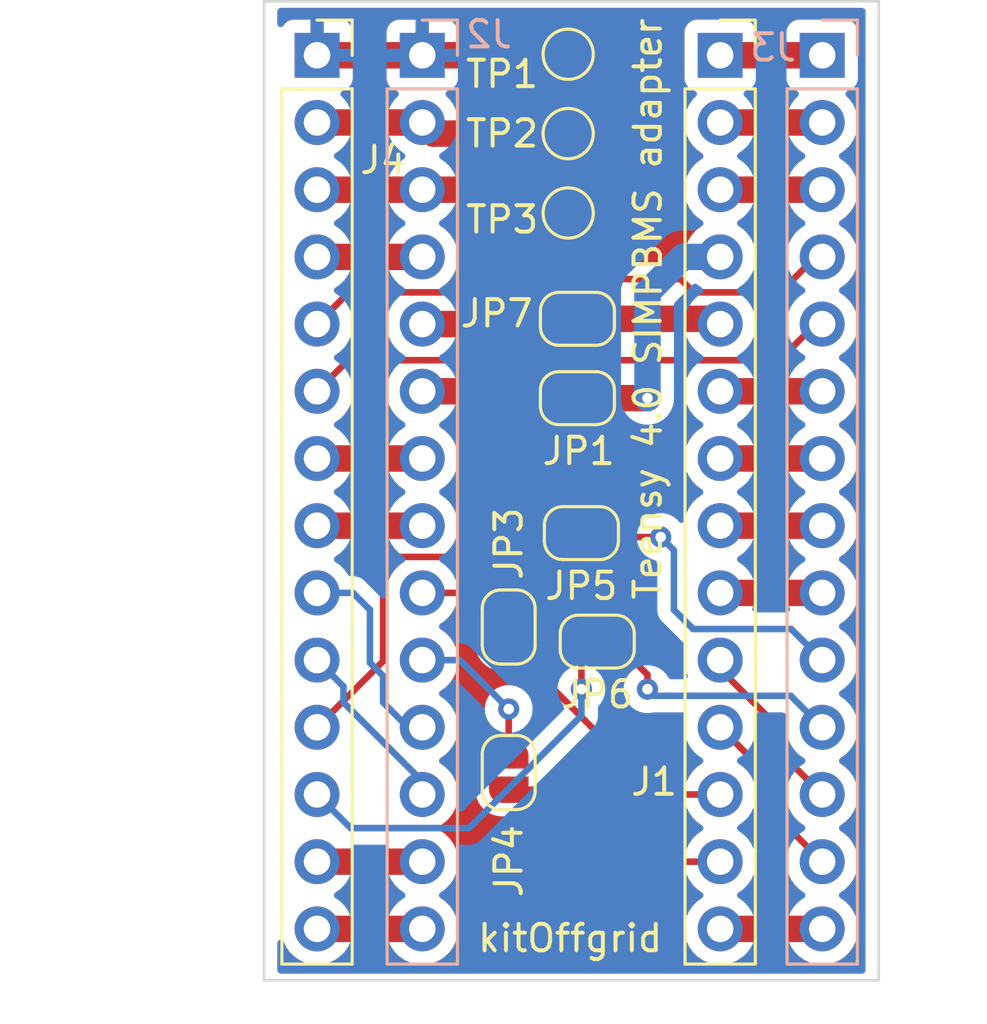
<source format=kicad_pcb>
(kicad_pcb (version 20221018) (generator pcbnew)
  (layers (0 "F.Cu" signal) (31 "B.Cu" signal) (34 "B.Paste" user) (35 "F.Paste" user) (36 "B.SilkS" user "B.Silkscreen") (37 "F.SilkS" user "F.Silkscreen") (38 "B.Mask" user) (39 "F.Mask" user) (44 "Edge.Cuts" user))
  (net 0 "")
  (net 1 "Net-(J1-Pin_1)")
  (net 2 "Net-(J1-Pin_2)")
  (net 3 "Net-(J1-Pin_3)")
  (net 4 "/CANRX1")
  (net 5 "/CANTX1")
  (net 6 "/A7")
  (net 7 "/A6")
  (net 8 "/A5")
  (net 9 "/A4")
  (net 10 "/A3")
  (net 11 "/A2")
  (net 12 "/RX3T4")
  (net 13 "/TX3T4")
  (net 14 "/LED{slash}SCK")
  (net 15 "/GND")
  (net 16 "/CANRX2")
  (net 17 "/CANTX2")
  (net 18 "Net-(J2-Pin_4)")
  (net 19 "Net-(J2-Pin_7)")
  (net 20 "Net-(J2-Pin_8)")
  (net 21 "/IO3")
  (net 22 "/CS")
  (net 23 "Net-(J2-Pin_11)")
  (net 24 "Net-(J2-Pin_12)")
  (net 25 "/MOSI")
  (net 26 "/MISO")
  (net 27 "/IO1")
  (net 28 "/IO2")
  (net 29 "Net-(J2-Pin_5)")
  (net 30 "Net-(J2-Pin_6)")
  (net 31 "/RX3")
  (net 32 "/TX3")
  (net 33 "/P17")
  (net 34 "/P18")
  (footprint "Jumper:SolderJumper-2_P1.3mm_Open_RoundedPad1.0x1.5mm" (layer "F.Cu") (at 142.1 88.2)
    (fp_text reference "JP6" (at 0 2) (layer "F.SilkS"))
    (fp_text value "SolderJumper_2_Open")
    (fp_line (start -1.4 0.3) (end -1.4 -0.3) (stroke (width 0.12)) (layer "F.SilkS"))
    (fp_line (start -0.7 -1) (end 0.7 -1) (stroke (width 0.12)) (layer "F.SilkS"))
    (fp_line (start 0.7 1) (end -0.7 1) (stroke (width 0.12)) (layer "F.SilkS"))
    (fp_line (start 1.4 -0.3) (end 1.4 0.3) (stroke (width 0.12)) (layer "F.SilkS"))
    (fp_arc (start -1.4 -0.3) (mid -1.194975 -0.794975) (end -0.7 -1) (stroke (width 0.12)) (layer "F.SilkS"))
    (fp_arc (start -0.7 1) (mid -1.194975 0.794975) (end -1.4 0.3) (stroke (width 0.12)) (layer "F.SilkS"))
    (fp_arc (start 0.7 -1) (mid 1.194975 -0.794975) (end 1.4 -0.3) (stroke (width 0.12)) (layer "F.SilkS"))
    (fp_arc (start 1.4 0.3) (mid 1.194975 0.794975) (end 0.7 1) (stroke (width 0.12)) (layer "F.SilkS"))
    (pad "1" smd custom (at -0.65 0) (size 1 0.5) (layers "F.Cu" "F.Mask") (net 22 "/CS") (options (clearance outline) (anchor rect)) (primitives (gr_circle (center 0 0.25) (end 0.5 0.25) (width 0) (fill yes)) (gr_circle (center 0 -0.25) (end 0.5 -0.25) (width 0) (fill yes)) (gr_poly (pts (xy 0.5 0.75) (xy 0 0.75) (xy 0 -0.75) (xy 0.5 -0.75)) (width 0) (fill yes))))
    (pad "2" smd custom (at 0.65 0) (size 1 0.5) (layers "F.Cu" "F.Mask") (net 34 "/P18") (options (clearance outline) (anchor rect)) (primitives (gr_circle (center 0 0.25) (end 0.5 0.25) (width 0) (fill yes)) (gr_circle (center 0 -0.25) (end 0.5 -0.25) (width 0) (fill yes)) (gr_poly (pts (xy 0 0.75) (xy -0.5 0.75) (xy -0.5 -0.75) (xy 0 -0.75)) (width 0) (fill yes))))
  )
  (footprint "Jumper:SolderJumper-2_P1.3mm_Open_RoundedPad1.0x1.5mm" (layer "F.Cu") (at 138.75 87.65 90)
    (fp_text reference "JP3" (at 3.15 0 90) (layer "F.SilkS"))
    (fp_text value "SolderJumper_2_Open" hide)
    (fp_line (start -1.4 0.3) (end -1.4 -0.3) (stroke (width 0.12)) (layer "F.SilkS"))
    (fp_line (start -0.7 -1) (end 0.7 -1) (stroke (width 0.12)) (layer "F.SilkS"))
    (fp_line (start 0.7 1) (end -0.7 1) (stroke (width 0.12)) (layer "F.SilkS"))
    (fp_line (start 1.4 -0.3) (end 1.4 0.3) (stroke (width 0.12)) (layer "F.SilkS"))
    (fp_arc (start -1.4 -0.3) (mid -1.194975 -0.794975) (end -0.7 -1) (stroke (width 0.12)) (layer "F.SilkS"))
    (fp_arc (start -0.7 1) (mid -1.194975 0.794975) (end -1.4 0.3) (stroke (width 0.12)) (layer "F.SilkS"))
    (fp_arc (start 0.7 -1) (mid 1.194975 -0.794975) (end 1.4 -0.3) (stroke (width 0.12)) (layer "F.SilkS"))
    (fp_arc (start 1.4 0.3) (mid 1.194975 0.794975) (end 0.7 1) (stroke (width 0.12)) (layer "F.SilkS"))
    (pad "1" smd custom (at -0.65 0 90) (size 1 0.5) (layers "F.Cu" "F.Mask") (net 12 "/RX3T4") (options (clearance outline) (anchor rect)) (primitives (gr_circle (center 0 0.25) (end 0.5 0.25) (width 0) (fill yes)) (gr_circle (center 0 -0.25) (end 0.5 -0.25) (width 0) (fill yes)) (gr_poly (pts (xy 0.5 0.75) (xy 0 0.75) (xy 0 -0.75) (xy 0.5 -0.75)) (width 0) (fill yes))))
    (pad "2" smd custom (at 0.65 0 90) (size 1 0.5) (layers "F.Cu" "F.Mask") (net 31 "/RX3") (options (clearance outline) (anchor rect)) (primitives (gr_circle (center 0 0.25) (end 0.5 0.25) (width 0) (fill yes)) (gr_circle (center 0 -0.25) (end 0.5 -0.25) (width 0) (fill yes)) (gr_poly (pts (xy 0 0.75) (xy -0.5 0.75) (xy -0.5 -0.75) (xy 0 -0.75)) (width 0) (fill yes))))
  )
  (footprint "Jumper:SolderJumper-2_P1.3mm_Open_RoundedPad1.0x1.5mm" (layer "F.Cu") (at 141.5 84.1)
    (fp_text reference "JP5" (at 0 2) (layer "F.SilkS"))
    (fp_text value "SolderJumper_2_Open")
    (fp_line (start -1.4 0.3) (end -1.4 -0.3) (stroke (width 0.12)) (layer "F.SilkS"))
    (fp_line (start -0.7 -1) (end 0.7 -1) (stroke (width 0.12)) (layer "F.SilkS"))
    (fp_line (start 0.7 1) (end -0.7 1) (stroke (width 0.12)) (layer "F.SilkS"))
    (fp_line (start 1.4 -0.3) (end 1.4 0.3) (stroke (width 0.12)) (layer "F.SilkS"))
    (fp_arc (start -1.4 -0.3) (mid -1.194975 -0.794975) (end -0.7 -1) (stroke (width 0.12)) (layer "F.SilkS"))
    (fp_arc (start -0.7 1) (mid -1.194975 0.794975) (end -1.4 0.3) (stroke (width 0.12)) (layer "F.SilkS"))
    (fp_arc (start 0.7 -1) (mid 1.194975 -0.794975) (end 1.4 -0.3) (stroke (width 0.12)) (layer "F.SilkS"))
    (fp_arc (start 1.4 0.3) (mid 1.194975 0.794975) (end 0.7 1) (stroke (width 0.12)) (layer "F.SilkS"))
    (pad "1" smd custom (at -0.65 0) (size 1 0.5) (layers "F.Cu" "F.Mask") (net 21 "/IO3") (options (clearance outline) (anchor rect)) (primitives (gr_circle (center 0 0.25) (end 0.5 0.25) (width 0) (fill yes)) (gr_circle (center 0 -0.25) (end 0.5 -0.25) (width 0) (fill yes)) (gr_poly (pts (xy 0.5 0.75) (xy 0 0.75) (xy 0 -0.75) (xy 0.5 -0.75)) (width 0) (fill yes))))
    (pad "2" smd custom (at 0.65 0) (size 1 0.5) (layers "F.Cu" "F.Mask") (net 33 "/P17") (options (clearance outline) (anchor rect)) (primitives (gr_circle (center 0 0.25) (end 0.5 0.25) (width 0) (fill yes)) (gr_circle (center 0 -0.25) (end 0.5 -0.25) (width 0) (fill yes)) (gr_poly (pts (xy 0 0.75) (xy -0.5 0.75) (xy -0.5 -0.75) (xy 0 -0.75)) (width 0) (fill yes))))
  )
  (footprint "TestPoint:TestPoint_Pad_D1.5mm" (layer "F.Cu") (at 141 69)
    (fp_text reference "TP2" (at -2.5 0) (layer "F.SilkS"))
    (fp_text value "TestPoint" hide)
    (fp_circle (center 0 0) (end 0 0.95) (stroke (width 0.12)) (fill none) (layer "F.SilkS"))
    (pad "1" smd circle (at 0 0) (size 1.5 1.5) (layers "F.Cu" "F.Mask") (net 16 "/CANRX2"))
  )
  (footprint "Jumper:SolderJumper-2_P1.3mm_Open_RoundedPad1.0x1.5mm" (layer "F.Cu") (at 138.75 93.15 90)
    (fp_text reference "JP4" (at -3.35 0 90) (layer "F.SilkS"))
    (fp_text value "SolderJumper_2_Open" hide)
    (fp_line (start -1.4 0.3) (end -1.4 -0.3) (stroke (width 0.12)) (layer "F.SilkS"))
    (fp_line (start -0.7 -1) (end 0.7 -1) (stroke (width 0.12)) (layer "F.SilkS"))
    (fp_line (start 0.7 1) (end -0.7 1) (stroke (width 0.12)) (layer "F.SilkS"))
    (fp_line (start 1.4 -0.3) (end 1.4 0.3) (stroke (width 0.12)) (layer "F.SilkS"))
    (fp_arc (start -1.4 -0.3) (mid -1.194975 -0.794975) (end -0.7 -1) (stroke (width 0.12)) (layer "F.SilkS"))
    (fp_arc (start -0.7 1) (mid -1.194975 0.794975) (end -1.4 0.3) (stroke (width 0.12)) (layer "F.SilkS"))
    (fp_arc (start 0.7 -1) (mid 1.194975 -0.794975) (end 1.4 -0.3) (stroke (width 0.12)) (layer "F.SilkS"))
    (fp_arc (start 1.4 0.3) (mid 1.194975 0.794975) (end 0.7 1) (stroke (width 0.12)) (layer "F.SilkS"))
    (pad "1" smd custom (at -0.65 0 90) (size 1 0.5) (layers "F.Cu" "F.Mask") (net 13 "/TX3T4") (options (clearance outline) (anchor rect)) (primitives (gr_circle (center 0 0.25) (end 0.5 0.25) (width 0) (fill yes)) (gr_circle (center 0 -0.25) (end 0.5 -0.25) (width 0) (fill yes)) (gr_poly (pts (xy 0.5 0.75) (xy 0 0.75) (xy 0 -0.75) (xy 0.5 -0.75)) (width 0) (fill yes))))
    (pad "2" smd custom (at 0.65 0 90) (size 1 0.5) (layers "F.Cu" "F.Mask") (net 32 "/TX3") (options (clearance outline) (anchor rect)) (primitives (gr_circle (center 0 0.25) (end 0.5 0.25) (width 0) (fill yes)) (gr_circle (center 0 -0.25) (end 0.5 -0.25) (width 0) (fill yes)) (gr_poly (pts (xy 0 0.75) (xy -0.5 0.75) (xy -0.5 -0.75) (xy 0 -0.75)) (width 0) (fill yes))))
  )
  (footprint "Jumper:SolderJumper-2_P1.3mm_Bridged_RoundedPad1.0x1.5mm" (layer "F.Cu") (at 141.35 79 180)
    (fp_text reference "JP1" (at -0.05 -2) (layer "F.SilkS"))
    (fp_text value "SolderJumper_2_Bridged")
    (fp_poly (pts (xy 0.25 -0.3) (xy -0.25 -0.3) (xy -0.25 0.3) (xy 0.25 0.3)) (fill solid) (layer "F.Cu"))
    (fp_line (start -1.4 0.3) (end -1.4 -0.3) (stroke (width 0.12)) (layer "F.SilkS"))
    (fp_line (start -0.7 -1) (end 0.7 -1) (stroke (width 0.12)) (layer "F.SilkS"))
    (fp_line (start 0.7 1) (end -0.7 1) (stroke (width 0.12)) (layer "F.SilkS"))
    (fp_line (start 1.4 -0.3) (end 1.4 0.3) (stroke (width 0.12)) (layer "F.SilkS"))
    (fp_arc (start -1.4 -0.3) (mid -1.194975 -0.794975) (end -0.7 -1) (stroke (width 0.12)) (layer "F.SilkS"))
    (fp_arc (start -0.7 1) (mid -1.194975 0.794975) (end -1.4 0.3) (stroke (width 0.12)) (layer "F.SilkS"))
    (fp_arc (start 0.7 -1) (mid 1.194975 -0.794975) (end 1.4 -0.3) (stroke (width 0.12)) (layer "F.SilkS"))
    (fp_arc (start 1.4 0.3) (mid 1.194975 0.794975) (end 0.7 1) (stroke (width 0.12)) (layer "F.SilkS"))
    (pad "1" smd custom (at -0.65 0 180) (size 1 0.5) (layers "F.Cu" "F.Mask") (net 4 "/CANRX1") (options (clearance outline) (anchor rect)) (primitives (gr_circle (center 0 0.25) (end 0.5 0.25) (width 0) (fill yes)) (gr_circle (center 0 -0.25) (end 0.5 -0.25) (width 0) (fill yes)) (gr_poly (pts (xy 0.5 0.75) (xy 0 0.75) (xy 0 -0.75) (xy 0.5 -0.75)) (width 0) (fill yes))))
    (pad "2" smd custom (at 0.65 0 180) (size 1 0.5) (layers "F.Cu" "F.Mask") (net 30 "Net-(J2-Pin_6)") (options (clearance outline) (anchor rect)) (primitives (gr_circle (center 0 0.25) (end 0.5 0.25) (width 0) (fill yes)) (gr_circle (center 0 -0.25) (end 0.5 -0.25) (width 0) (fill yes)) (gr_poly (pts (xy 0 0.75) (xy -0.5 0.75) (xy -0.5 -0.75) (xy 0 -0.75)) (width 0) (fill yes))))
  )
  (footprint "TestPoint:TestPoint_Pad_D1.5mm" (layer "F.Cu") (at 141 72)
    (fp_text reference "TP3" (at -2.5 0.25) (layer "F.SilkS"))
    (fp_text value "TestPoint" hide)
    (fp_circle (center 0 0) (end 0 0.95) (stroke (width 0.12)) (fill none) (layer "F.SilkS"))
    (pad "1" smd circle (at 0 0) (size 1.5 1.5) (layers "F.Cu" "F.Mask") (net 17 "/CANTX2"))
  )
  (footprint "Connector_PinSocket_2.54mm:PinSocket_1x14_P2.54mm_Vertical" (layer "F.Cu") (at 131.5 66.04)
    (fp_text reference "J4" (at 2.5 3.96) (layer "F.SilkS"))
    (fp_text value "Conn_01x14_Socket")
    (fp_line (start -1.33 1.27) (end -1.33 34.35) (stroke (width 0.12)) (layer "F.SilkS"))
    (fp_line (start -1.33 1.27) (end 1.33 1.27) (stroke (width 0.12)) (layer "F.SilkS"))
    (fp_line (start -1.33 34.35) (end 1.33 34.35) (stroke (width 0.12)) (layer "F.SilkS"))
    (fp_line (start 0 -1.33) (end 1.33 -1.33) (stroke (width 0.12)) (layer "F.SilkS"))
    (fp_line (start 1.33 -1.33) (end 1.33 0) (stroke (width 0.12)) (layer "F.SilkS"))
    (fp_line (start 1.33 1.27) (end 1.33 34.35) (stroke (width 0.12)) (layer "F.SilkS"))
    (pad "1" thru_hole rect (at 0 0) (size 1.7 1.7) (drill 1) (layers "*.Cu" "*.Mask") (net 15 "/GND"))
    (pad "2" thru_hole oval (at 0 2.54) (size 1.7 1.7) (drill 1) (layers "*.Cu" "*.Mask") (net 16 "/CANRX2"))
    (pad "3" thru_hole oval (at 0 5.08) (size 1.7 1.7) (drill 1) (layers "*.Cu" "*.Mask") (net 17 "/CANTX2"))
    (pad "4" thru_hole oval (at 0 7.62) (size 1.7 1.7) (drill 1) (layers "*.Cu" "*.Mask") (net 18 "Net-(J2-Pin_4)"))
    (pad "5" thru_hole oval (at 0 10.16) (size 1.7 1.7) (drill 1) (layers "*.Cu" "*.Mask") (net 27 "/IO1"))
    (pad "6" thru_hole oval (at 0 12.7) (size 1.7 1.7) (drill 1) (layers "*.Cu" "*.Mask") (net 28 "/IO2"))
    (pad "7" thru_hole oval (at 0 15.24) (size 1.7 1.7) (drill 1) (layers "*.Cu" "*.Mask") (net 19 "Net-(J2-Pin_7)"))
    (pad "8" thru_hole oval (at 0 17.78) (size 1.7 1.7) (drill 1) (layers "*.Cu" "*.Mask") (net 20 "Net-(J2-Pin_8)"))
    (pad "9" thru_hole oval (at 0 20.32) (size 1.7 1.7) (drill 1) (layers "*.Cu" "*.Mask") (net 23 "Net-(J2-Pin_11)"))
    (pad "10" thru_hole oval (at 0 22.86) (size 1.7 1.7) (drill 1) (layers "*.Cu" "*.Mask") (net 24 "Net-(J2-Pin_12)"))
    (pad "11" thru_hole oval (at 0 25.4) (size 1.7 1.7) (drill 1) (layers "*.Cu" "*.Mask") (net 21 "/IO3"))
    (pad "12" thru_hole oval (at 0 27.94) (size 1.7 1.7) (drill 1) (layers "*.Cu" "*.Mask") (net 22 "/CS"))
    (pad "13" thru_hole oval (at 0 30.48) (size 1.7 1.7) (drill 1) (layers "*.Cu" "*.Mask") (net 25 "/MOSI"))
    (pad "14" thru_hole oval (at 0 33.02) (size 1.7 1.7) (drill 1) (layers "*.Cu" "*.Mask") (net 26 "/MISO"))
  )
  (footprint "Connector_PinSocket_2.54mm:PinSocket_1x14_P2.54mm_Vertical" (layer "F.Cu") (at 146.75 66.04)
    (fp_text reference "J1" (at -2.5 27.46) (layer "F.SilkS"))
    (fp_text value "Conn_01x14_Socket")
    (fp_line (start -1.33 1.27) (end -1.33 34.35) (stroke (width 0.12)) (layer "F.SilkS"))
    (fp_line (start -1.33 1.27) (end 1.33 1.27) (stroke (width 0.12)) (layer "F.SilkS"))
    (fp_line (start -1.33 34.35) (end 1.33 34.35) (stroke (width 0.12)) (layer "F.SilkS"))
    (fp_line (start 0 -1.33) (end 1.33 -1.33) (stroke (width 0.12)) (layer "F.SilkS"))
    (fp_line (start 1.33 -1.33) (end 1.33 0) (stroke (width 0.12)) (layer "F.SilkS"))
    (fp_line (start 1.33 1.27) (end 1.33 34.35) (stroke (width 0.12)) (layer "F.SilkS"))
    (pad "1" thru_hole rect (at 0 0) (size 1.7 1.7) (drill 1) (layers "*.Cu" "*.Mask") (net 1 "Net-(J1-Pin_1)"))
    (pad "2" thru_hole oval (at 0 2.54) (size 1.7 1.7) (drill 1) (layers "*.Cu" "*.Mask") (net 2 "Net-(J1-Pin_2)"))
    (pad "3" thru_hole oval (at 0 5.08) (size 1.7 1.7) (drill 1) (layers "*.Cu" "*.Mask") (net 3 "Net-(J1-Pin_3)"))
    (pad "4" thru_hole oval (at 0 7.62) (size 1.7 1.7) (drill 1) (layers "*.Cu" "*.Mask") (net 4 "/CANRX1"))
    (pad "5" thru_hole oval (at 0 10.16) (size 1.7 1.7) (drill 1) (layers "*.Cu" "*.Mask") (net 5 "/CANTX1"))
    (pad "6" thru_hole oval (at 0 12.7) (size 1.7 1.7) (drill 1) (layers "*.Cu" "*.Mask") (net 6 "/A7"))
    (pad "7" thru_hole oval (at 0 15.24) (size 1.7 1.7) (drill 1) (layers "*.Cu" "*.Mask") (net 7 "/A6"))
    (pad "8" thru_hole oval (at 0 17.78) (size 1.7 1.7) (drill 1) (layers "*.Cu" "*.Mask") (net 8 "/A5"))
    (pad "9" thru_hole oval (at 0 20.32) (size 1.7 1.7) (drill 1) (layers "*.Cu" "*.Mask") (net 9 "/A4"))
    (pad "10" thru_hole oval (at 0 22.86) (size 1.7 1.7) (drill 1) (layers "*.Cu" "*.Mask") (net 10 "/A3"))
    (pad "11" thru_hole oval (at 0 25.4) (size 1.7 1.7) (drill 1) (layers "*.Cu" "*.Mask") (net 11 "/A2"))
    (pad "12" thru_hole oval (at 0 27.94) (size 1.7 1.7) (drill 1) (layers "*.Cu" "*.Mask") (net 12 "/RX3T4"))
    (pad "13" thru_hole oval (at 0 30.48) (size 1.7 1.7) (drill 1) (layers "*.Cu" "*.Mask") (net 13 "/TX3T4"))
    (pad "14" thru_hole oval (at 0 33.02) (size 1.7 1.7) (drill 1) (layers "*.Cu" "*.Mask") (net 14 "/LED{slash}SCK"))
  )
  (footprint "TestPoint:TestPoint_Pad_D1.5mm" (layer "F.Cu") (at 141 66)
    (fp_text reference "TP1" (at -2.5 0.75) (layer "F.SilkS"))
    (fp_text value "TestPoint" hide)
    (fp_circle (center 0 0) (end 0 0.95) (stroke (width 0.12)) (fill none) (layer "F.SilkS"))
    (pad "1" smd circle (at 0 0) (size 1.5 1.5) (layers "F.Cu" "F.Mask") (net 15 "/GND"))
  )
  (footprint "Jumper:SolderJumper-2_P1.3mm_Bridged_RoundedPad1.0x1.5mm" (layer "F.Cu") (at 141.35 76 180)
    (fp_text reference "JP7" (at 3.05 0.2) (layer "F.SilkS"))
    (fp_text value "SolderJumper_2_Bridged")
    (fp_poly (pts (xy 0.25 -0.3) (xy -0.25 -0.3) (xy -0.25 0.3) (xy 0.25 0.3)) (fill solid) (layer "F.Cu"))
    (fp_line (start -1.4 0.3) (end -1.4 -0.3) (stroke (width 0.12)) (layer "F.SilkS"))
    (fp_line (start -0.7 -1) (end 0.7 -1) (stroke (width 0.12)) (layer "F.SilkS"))
    (fp_line (start 0.7 1) (end -0.7 1) (stroke (width 0.12)) (layer "F.SilkS"))
    (fp_line (start 1.4 -0.3) (end 1.4 0.3) (stroke (width 0.12)) (layer "F.SilkS"))
    (fp_arc (start -1.4 -0.3) (mid -1.194975 -0.794975) (end -0.7 -1) (stroke (width 0.12)) (layer "F.SilkS"))
    (fp_arc (start -0.7 1) (mid -1.194975 0.794975) (end -1.4 0.3) (stroke (width 0.12)) (layer "F.SilkS"))
    (fp_arc (start 0.7 -1) (mid 1.194975 -0.794975) (end 1.4 -0.3) (stroke (width 0.12)) (layer "F.SilkS"))
    (fp_arc (start 1.4 0.3) (mid 1.194975 0.794975) (end 0.7 1) (stroke (width 0.12)) (layer "F.SilkS"))
    (pad "1" smd custom (at -0.65 0 180) (size 1 0.5) (layers "F.Cu" "F.Mask") (net 5 "/CANTX1") (options (clearance outline) (anchor rect)) (primitives (gr_circle (center 0 0.25) (end 0.5 0.25) (width 0) (fill yes)) (gr_circle (center 0 -0.25) (end 0.5 -0.25) (width 0) (fill yes)) (gr_poly (pts (xy 0.5 0.75) (xy 0 0.75) (xy 0 -0.75) (xy 0.5 -0.75)) (width 0) (fill yes))))
    (pad "2" smd custom (at 0.65 0 180) (size 1 0.5) (layers "F.Cu" "F.Mask") (net 29 "Net-(J2-Pin_5)") (options (clearance outline) (anchor rect)) (primitives (gr_circle (center 0 0.25) (end 0.5 0.25) (width 0) (fill yes)) (gr_circle (center 0 -0.25) (end 0.5 -0.25) (width 0) (fill yes)) (gr_poly (pts (xy 0 0.75) (xy -0.5 0.75) (xy -0.5 -0.75) (xy 0 -0.75)) (width 0) (fill yes))))
  )
  (footprint "Connector_PinHeader_2.54mm:PinHeader_1x14_P2.54mm_Vertical" (layer "B.Cu") (at 135.48 66.04 180)
    (fp_text reference "J2" (at -2.52 0.79) (layer "B.SilkS") (effects (justify mirror)))
    (fp_text value "Conn_01x14_Pin")
    (fp_line (start -1.33 -34.35) (end 1.33 -34.35) (stroke (width 0.12)) (layer "B.SilkS"))
    (fp_line (start -1.33 -1.27) (end -1.33 -34.35) (stroke (width 0.12)) (layer "B.SilkS"))
    (fp_line (start -1.33 -1.27) (end 1.33 -1.27) (stroke (width 0.12)) (layer "B.SilkS"))
    (fp_line (start -1.33 0) (end -1.33 1.33) (stroke (width 0.12)) (layer "B.SilkS"))
    (fp_line (start -1.33 1.33) (end 0 1.33) (stroke (width 0.12)) (layer "B.SilkS"))
    (fp_line (start 1.33 -1.27) (end 1.33 -34.35) (stroke (width 0.12)) (layer "B.SilkS"))
    (pad "1" thru_hole rect (at 0 0 180) (size 1.7 1.7) (drill 1) (layers "*.Cu" "*.Mask") (net 15 "/GND"))
    (pad "2" thru_hole oval (at 0 -2.54 180) (size 1.7 1.7) (drill 1) (layers "*.Cu" "*.Mask") (net 16 "/CANRX2"))
    (pad "3" thru_hole oval (at 0 -5.08 180) (size 1.7 1.7) (drill 1) (layers "*.Cu" "*.Mask") (net 17 "/CANTX2"))
    (pad "4" thru_hole oval (at 0 -7.62 180) (size 1.7 1.7) (drill 1) (layers "*.Cu" "*.Mask") (net 18 "Net-(J2-Pin_4)"))
    (pad "5" thru_hole oval (at 0 -10.16 180) (size 1.7 1.7) (drill 1) (layers "*.Cu" "*.Mask") (net 29 "Net-(J2-Pin_5)"))
    (pad "6" thru_hole oval (at 0 -12.7 180) (size 1.7 1.7) (drill 1) (layers "*.Cu" "*.Mask") (net 30 "Net-(J2-Pin_6)"))
    (pad "7" thru_hole oval (at 0 -15.24 180) (size 1.7 1.7) (drill 1) (layers "*.Cu" "*.Mask") (net 19 "Net-(J2-Pin_7)"))
    (pad "8" thru_hole oval (at 0 -17.78 180) (size 1.7 1.7) (drill 1) (layers "*.Cu" "*.Mask") (net 20 "Net-(J2-Pin_8)"))
    (pad "9" thru_hole oval (at 0 -20.32 180) (size 1.7 1.7) (drill 1) (layers "*.Cu" "*.Mask") (net 31 "/RX3"))
    (pad "10" thru_hole oval (at 0 -22.86 180) (size 1.7 1.7) (drill 1) (layers "*.Cu" "*.Mask") (net 32 "/TX3"))
    (pad "11" thru_hole oval (at 0 -25.4 180) (size 1.7 1.7) (drill 1) (layers "*.Cu" "*.Mask") (net 23 "Net-(J2-Pin_11)"))
    (pad "12" thru_hole oval (at 0 -27.94 180) (size 1.7 1.7) (drill 1) (layers "*.Cu" "*.Mask") (net 24 "Net-(J2-Pin_12)"))
    (pad "13" thru_hole oval (at 0 -30.48 180) (size 1.7 1.7) (drill 1) (layers "*.Cu" "*.Mask") (net 25 "/MOSI"))
    (pad "14" thru_hole oval (at 0 -33.02 180) (size 1.7 1.7) (drill 1) (layers "*.Cu" "*.Mask") (net 26 "/MISO"))
  )
  (footprint "Connector_PinHeader_2.54mm:PinHeader_1x14_P2.54mm_Vertical" (layer "B.Cu") (at 150.61 66.04 180)
    (fp_text reference "J3" (at 1.86 0.29) (layer "B.SilkS") (effects (justify mirror)))
    (fp_text value "Conn_01x14_Pin")
    (fp_line (start -1.33 -34.35) (end 1.33 -34.35) (stroke (width 0.12)) (layer "B.SilkS"))
    (fp_line (start -1.33 -1.27) (end -1.33 -34.35) (stroke (width 0.12)) (layer "B.SilkS"))
    (fp_line (start -1.33 -1.27) (end 1.33 -1.27) (stroke (width 0.12)) (layer "B.SilkS"))
    (fp_line (start -1.33 0) (end -1.33 1.33) (stroke (width 0.12)) (layer "B.SilkS"))
    (fp_line (start -1.33 1.33) (end 0 1.33) (stroke (width 0.12)) (layer "B.SilkS"))
    (fp_line (start 1.33 -1.27) (end 1.33 -34.35) (stroke (width 0.12)) (layer "B.SilkS"))
    (pad "1" thru_hole rect (at 0 0 180) (size 1.7 1.7) (drill 1) (layers "*.Cu" "*.Mask") (net 1 "Net-(J1-Pin_1)"))
    (pad "2" thru_hole oval (at 0 -2.54 180) (size 1.7 1.7) (drill 1) (layers "*.Cu" "*.Mask") (net 2 "Net-(J1-Pin_2)"))
    (pad "3" thru_hole oval (at 0 -5.08 180) (size 1.7 1.7) (drill 1) (layers "*.Cu" "*.Mask") (net 3 "Net-(J1-Pin_3)"))
    (pad "4" thru_hole oval (at 0 -7.62 180) (size 1.7 1.7) (drill 1) (layers "*.Cu" "*.Mask") (net 27 "/IO1"))
    (pad "5" thru_hole oval (at 0 -10.16 180) (size 1.7 1.7) (drill 1) (layers "*.Cu" "*.Mask") (net 28 "/IO2"))
    (pad "6" thru_hole oval (at 0 -12.7 180) (size 1.7 1.7) (drill 1) (layers "*.Cu" "*.Mask") (net 6 "/A7"))
    (pad "7" thru_hole oval (at 0 -15.24 180) (size 1.7 1.7) (drill 1) (layers "*.Cu" "*.Mask") (net 7 "/A6"))
    (pad "8" thru_hole oval (at 0 -17.78 180) (size 1.7 1.7) (drill 1) (layers "*.Cu" "*.Mask") (net 8 "/A5"))
    (pad "9" thru_hole oval (at 0 -20.32 180) (size 1.7 1.7) (drill 1) (layers "*.Cu" "*.Mask") (net 9 "/A4"))
    (pad "10" thru_hole oval (at 0 -22.86 180) (size 1.7 1.7) (drill 1) (layers "*.Cu" "*.Mask") (net 33 "/P17"))
    (pad "11" thru_hole oval (at 0 -25.4 180) (size 1.7 1.7) (drill 1) (layers "*.Cu" "*.Mask") (net 34 "/P18"))
    (pad "12" thru_hole oval (at 0 -27.94 180) (size 1.7 1.7) (drill 1) (layers "*.Cu" "*.Mask") (net 10 "/A3"))
    (pad "13" thru_hole oval (at 0 -30.48 180) (size 1.7 1.7) (drill 1) (layers "*.Cu" "*.Mask") (net 11 "/A2"))
    (pad "14" thru_hole oval (at 0 -33.02 180) (size 1.7 1.7) (drill 1) (layers "*.Cu" "*.Mask") (net 14 "/LED{slash}SCK"))
  )
  (gr_rect (start 129.5 64) (end 152.75 101) (stroke (width 0.1)) (fill none) (layer "Edge.Cuts"))
  (gr_text "Teensy 4.0 SIMPBMS adapter" (at 144.6 86.7 90) (layer "F.SilkS") (effects (font (size 1 1)) (justify left bottom)))
  (gr_text "kitOffgrid" (at 137.5 100) (layer "F.SilkS") (effects (font (size 1 1)) (justify left bottom)))
  (segment (start 146.5 66.04) (end 150.36 66.04) (width 1) (layer "F.Cu") (net 1))
  (segment (start 150.36 68.58) (end 146.5 68.58) (width 1) (layer "F.Cu") (net 2))
  (segment (start 146.5 71.12) (end 150.36 71.12) (width 1) (layer "F.Cu") (net 3))
  (segment (start 142.05 79) (end 144 79) (width 1) (layer "F.Cu") (net 4))
  (via (at 144 79) (size 0.8) (drill 0.4) (layers "F.Cu" "B.Cu") (net 4))
  (segment (start 144 75) (end 145.34 73.66) (width 1) (layer "B.Cu") (net 4))
  (segment (start 144 79) (end 144 75) (width 1) (layer "B.Cu") (net 4))
  (segment (start 145.34 73.66) (end 146.5 73.66) (width 1) (layer "B.Cu") (net 4))
  (segment (start 146.3 76) (end 146.5 76.2) (width 1) (layer "F.Cu") (net 5))
  (segment (start 142.05 76) (end 146.3 76) (width 1) (layer "F.Cu") (net 5))
  (segment (start 150.36 78.74) (end 146.5 78.74) (width 1) (layer "F.Cu") (net 6))
  (segment (start 146.5 81.28) (end 150.36 81.28) (width 1) (layer "F.Cu") (net 7))
  (segment (start 146.5 83.82) (end 150.36 83.82) (width 1) (layer "F.Cu") (net 8))
  (segment (start 150.36 86.36) (end 146.5 86.36) (width 1) (layer "F.Cu") (net 9))
  (segment (start 149 91.491701) (end 149 92.37) (width 0.25) (layer "F.Cu") (net 10))
  (segment (start 146.75 88.9) (end 146.75 89.241701) (width 0.25) (layer "F.Cu") (net 10))
  (segment (start 146.75 89.241701) (end 149 91.491701) (width 0.25) (layer "F.Cu") (net 10))
  (segment (start 149 92.37) (end 150.61 93.98) (width 0.25) (layer "F.Cu") (net 10))
  (segment (start 148.5 93.19) (end 146.75 91.44) (width 0.25) (layer "F.Cu") (net 11))
  (segment (start 150.61 96.52) (end 148.5 94.41) (width 0.25) (layer "F.Cu") (net 11))
  (segment (start 148.5 94.41) (end 148.5 93.19) (width 0.25) (layer "F.Cu") (net 11))
  (segment (start 138.75 88.3) (end 144.43 93.98) (width 0.25) (layer "F.Cu") (net 12))
  (segment (start 144.43 93.98) (end 146.75 93.98) (width 0.25) (layer "F.Cu") (net 12))
  (segment (start 138.75 93.8) (end 141.05 93.8) (width 0.25) (layer "F.Cu") (net 13))
  (segment (start 141.05 93.8) (end 143.77 96.52) (width 0.25) (layer "F.Cu") (net 13))
  (segment (start 143.77 96.52) (end 146.75 96.52) (width 0.25) (layer "F.Cu") (net 13))
  (segment (start 146.5 99.06) (end 150.36 99.06) (width 1) (layer "F.Cu") (net 14))
  (segment (start 131.5 66.04) (end 135.48 66.04) (width 1) (layer "F.Cu") (net 15))
  (segment (start 140.96 66.04) (end 141 66) (width 1) (layer "F.Cu") (net 15))
  (segment (start 135.48 66.04) (end 140.96 66.04) (width 1) (layer "F.Cu") (net 15))
  (segment (start 131.5 68.58) (end 135.48 68.58) (width 1) (layer "F.Cu") (net 16))
  (segment (start 141 69) (end 135.9 69) (width 1) (layer "F.Cu") (net 16))
  (segment (start 135.9 69) (end 135.48 68.58) (width 1) (layer "F.Cu") (net 16))
  (segment (start 140.12 71.12) (end 141 72) (width 1) (layer "F.Cu") (net 17))
  (segment (start 135.48 71.12) (end 140.12 71.12) (width 1) (layer "F.Cu") (net 17))
  (segment (start 131.5 71.12) (end 135.48 71.12) (width 1) (layer "F.Cu") (net 17))
  (segment (start 131.5 73.66) (end 135.48 73.66) (width 1) (layer "F.Cu") (net 18))
  (segment (start 131.5 81.28) (end 135.48 81.28) (width 1) (layer "F.Cu") (net 19))
  (segment (start 135.48 83.82) (end 131.5 83.82) (width 1) (layer "F.Cu") (net 20))
  (segment (start 136.5 85) (end 134.5 85) (width 0.25) (layer "F.Cu") (net 21))
  (segment (start 140.7 84.25) (end 137.25 84.25) (width 0.25) (layer "F.Cu") (net 21))
  (segment (start 134 85.5) (end 134 88.94) (width 0.25) (layer "F.Cu") (net 21))
  (segment (start 137.25 84.25) (end 136.5 85) (width 0.25) (layer "F.Cu") (net 21))
  (segment (start 140.85 84.1) (end 140.7 84.25) (width 0.25) (layer "F.Cu") (net 21))
  (segment (start 134 88.94) (end 131.5 91.44) (width 0.25) (layer "F.Cu") (net 21))
  (segment (start 134.5 85) (end 134 85.5) (width 0.25) (layer "F.Cu") (net 21))
  (segment (start 141.5 90) (end 141.5 88.25) (width 0.25) (layer "F.Cu") (net 22))
  (segment (start 141.5 88.25) (end 141.45 88.2) (width 0.25) (layer "F.Cu") (net 22))
  (via (at 141.5 90) (size 0.8) (drill 0.4) (layers "F.Cu" "B.Cu") (net 22))
  (segment (start 141.5 90) (end 141.5 91) (width 0.25) (layer "B.Cu") (net 22))
  (segment (start 132.77 95.25) (end 131.5 93.98) (width 0.25) (layer "B.Cu") (net 22))
  (segment (start 137.25 95.25) (end 132.77 95.25) (width 0.25) (layer "B.Cu") (net 22))
  (segment (start 141.5 91) (end 137.25 95.25) (width 0.25) (layer "B.Cu") (net 22))
  (segment (start 134 89.5) (end 134 90.5) (width 0.25) (layer "B.Cu") (net 23))
  (segment (start 133.5 89) (end 134 89.5) (width 0.25) (layer "B.Cu") (net 23))
  (segment (start 131.5 86.36) (end 132.86 86.36) (width 0.25) (layer "B.Cu") (net 23))
  (segment (start 134.94 91.44) (end 135.48 91.44) (width 0.25) (layer "B.Cu") (net 23))
  (segment (start 133.5 87) (end 133.5 89) (width 0.25) (layer "B.Cu") (net 23))
  (segment (start 132.86 86.36) (end 133.5 87) (width 0.25) (layer "B.Cu") (net 23))
  (segment (start 134 90.5) (end 134.94 91.44) (width 0.25) (layer "B.Cu") (net 23))
  (segment (start 135.48 93.48) (end 132.5 90.5) (width 0.25) (layer "B.Cu") (net 24))
  (segment (start 135.48 93.98) (end 135.48 93.48) (width 0.25) (layer "B.Cu") (net 24))
  (segment (start 132.5 90.5) (end 132.5 89.9) (width 0.25) (layer "B.Cu") (net 24))
  (segment (start 132.5 89.9) (end 131.5 88.9) (width 0.25) (layer "B.Cu") (net 24))
  (segment (start 131.5 96.52) (end 135.48 96.52) (width 1) (layer "F.Cu") (net 25))
  (segment (start 135.48 99.06) (end 131.5 99.06) (width 1) (layer "F.Cu") (net 26))
  (segment (start 145.25 74.5) (end 137 74.5) (width 0.25) (layer "F.Cu") (net 27))
  (segment (start 145.75 75) (end 145.25 74.5) (width 0.25) (layer "F.Cu") (net 27))
  (segment (start 136.5 75) (end 132.7 75) (width 0.25) (layer "F.Cu") (net 27))
  (segment (start 137 74.5) (end 136.5 75) (width 0.25) (layer "F.Cu") (net 27))
  (segment (start 132.7 75) (end 131.5 76.2) (width 0.25) (layer "F.Cu") (net 27))
  (segment (start 149.02 75) (end 145.75 75) (width 0.25) (layer "F.Cu") (net 27))
  (segment (start 150.36 73.66) (end 149.02 75) (width 0.25) (layer "F.Cu") (net 27))
  (segment (start 148.995 77.565) (end 150.36 76.2) (width 0.25) (layer "F.Cu") (net 28))
  (segment (start 132.675 77.565) (end 148.995 77.565) (width 0.25) (layer "F.Cu") (net 28))
  (segment (start 131.5 78.74) (end 132.675 77.565) (width 0.25) (layer "F.Cu") (net 28))
  (segment (start 138.5 76) (end 140.75 76) (width 1) (layer "F.Cu") (net 29))
  (segment (start 135.48 76.2) (end 138.3 76.2) (width 1) (layer "F.Cu") (net 29))
  (segment (start 138.3 76.2) (end 138.5 76) (width 1) (layer "F.Cu") (net 29))
  (segment (start 140.49 78.74) (end 140.75 79) (width 1) (layer "F.Cu") (net 30))
  (segment (start 135.48 78.74) (end 140.49 78.74) (width 1) (layer "F.Cu") (net 30))
  (segment (start 138.11 86.36) (end 138.75 87) (width 0.25) (layer "F.Cu") (net 31))
  (segment (start 135.48 86.36) (end 138.11 86.36) (width 0.25) (layer "F.Cu") (net 31))
  (segment (start 138.75 90.75) (end 138.75 92.5) (width 0.25) (layer "F.Cu") (net 32))
  (via (at 138.75 90.75) (size 0.8) (drill 0.4) (layers "F.Cu" "B.Cu") (net 32))
  (segment (start 136.9 88.9) (end 138.75 90.75) (width 0.25) (layer "B.Cu") (net 32))
  (segment (start 135.48 88.9) (end 136.9 88.9) (width 0.25) (layer "B.Cu") (net 32))
  (segment (start 144.5 84.25) (end 142.3 84.25) (width 0.25) (layer "F.Cu") (net 33))
  (segment (start 142.3 84.25) (end 142.15 84.1) (width 0.25) (layer "F.Cu") (net 33))
  (via (at 144.5 84.25) (size 0.8) (drill 0.4) (layers "F.Cu" "B.Cu") (net 33))
  (segment (start 149.435 87.725) (end 145.725 87.725) (width 0.25) (layer "B.Cu") (net 33))
  (segment (start 145 87) (end 145 84.75) (width 0.25) (layer "B.Cu") (net 33))
  (segment (start 145 84.75) (end 144.5 84.25) (width 0.25) (layer "B.Cu") (net 33))
  (segment (start 145.725 87.725) (end 145 87) (width 0.25) (layer "B.Cu") (net 33))
  (segment (start 150.61 88.9) (end 149.435 87.725) (width 0.25) (layer "B.Cu") (net 33))
  (segment (start 144 89.45) (end 142.75 88.2) (width 0.25) (layer "F.Cu") (net 34))
  (segment (start 144 90) (end 144 89.45) (width 0.25) (layer "F.Cu") (net 34))
  (via (at 144 90) (size 0.8) (drill 0.4) (layers "F.Cu" "B.Cu") (net 34))
  (segment (start 144.25 90.25) (end 144 90) (width 0.25) (layer "B.Cu") (net 34))
  (segment (start 150.61 91.44) (end 149.42 90.25) (width 0.25) (layer "B.Cu") (net 34))
  (segment (start 149.42 90.25) (end 145 90.25) (width 0.25) (layer "B.Cu") (net 34))
  (segment (start 145 90.25) (end 144.25 90.25) (width 0.25) (layer "B.Cu") (net 34))
  (zone (net 15) (net_name "/GND") (layers "F&B.Cu") (connect_pads (clearance 0.5)) (min_thickness 0.25) (fill yes (thermal_gap 0.5) (thermal_bridge_width 0.5))
    (polygon (pts (xy 130 64.25) (xy 152.25 64.25) (xy 152.25 100.75) (xy 130 100.75)))
  )
)
</source>
